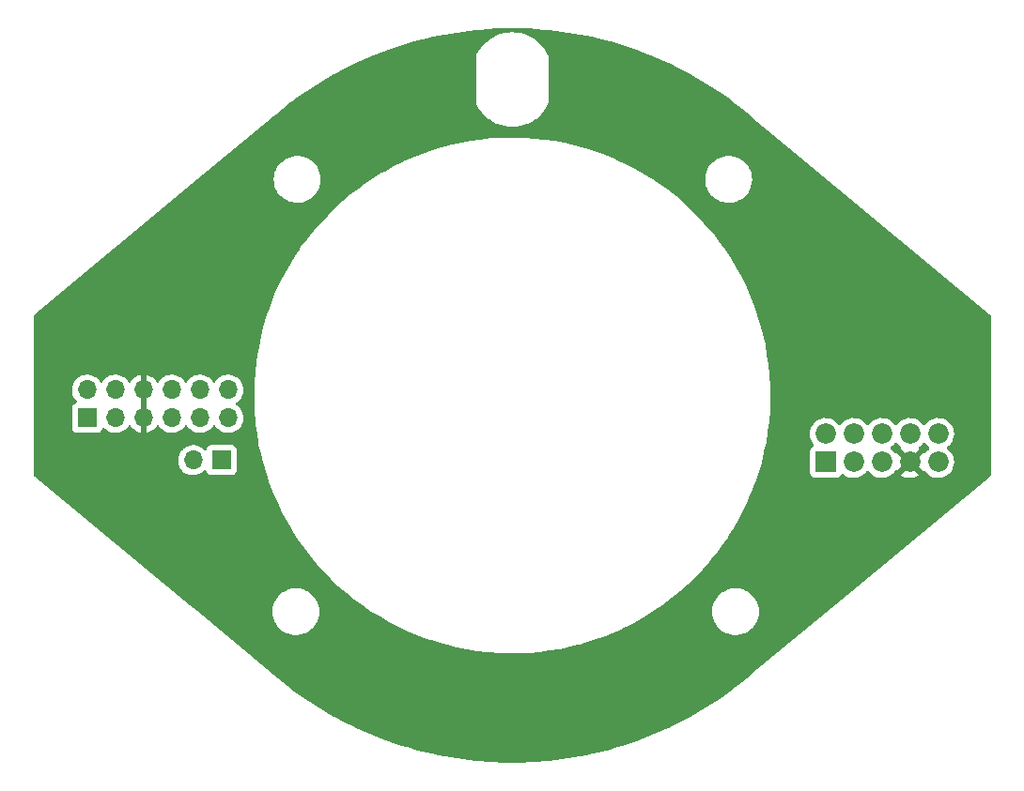
<source format=gbr>
%TF.GenerationSoftware,KiCad,Pcbnew,(6.0.0-0)*%
%TF.CreationDate,2022-03-24T13:46:47-04:00*%
%TF.ProjectId,Rotary,526f7461-7279-42e6-9b69-6361645f7063,rev?*%
%TF.SameCoordinates,Original*%
%TF.FileFunction,Copper,L1,Top*%
%TF.FilePolarity,Positive*%
%FSLAX46Y46*%
G04 Gerber Fmt 4.6, Leading zero omitted, Abs format (unit mm)*
G04 Created by KiCad (PCBNEW (6.0.0-0)) date 2022-03-24 13:46:47*
%MOMM*%
%LPD*%
G01*
G04 APERTURE LIST*
%TA.AperFunction,ComponentPad*%
%ADD10R,1.700000X1.700000*%
%TD*%
%TA.AperFunction,ComponentPad*%
%ADD11O,1.700000X1.700000*%
%TD*%
%TA.AperFunction,ComponentPad*%
%ADD12R,1.836000X1.836000*%
%TD*%
%TA.AperFunction,ComponentPad*%
%ADD13C,1.836000*%
%TD*%
G04 APERTURE END LIST*
D10*
%TO.P,J3,1,Pin_1*%
%TO.N,GND*%
X120410000Y-103340000D03*
D11*
%TO.P,J3,2,Pin_2*%
%TO.N,RTR_LIMIT*%
X117870000Y-103340000D03*
%TD*%
D12*
%TO.P,J2,1,Pin_1*%
%TO.N,RTR_ENB*%
X174853250Y-103503500D03*
D13*
%TO.P,J2,2,Pin_2*%
%TO.N,LKIT_C*%
X174853250Y-100963500D03*
%TO.P,J2,3,Pin_3*%
%TO.N,RTR_ENA*%
X177393250Y-103503500D03*
%TO.P,J2,4,Pin_4*%
%TO.N,LKIT_B*%
X177393250Y-100963500D03*
%TO.P,J2,5,Pin_5*%
%TO.N,RTR_LIMIT*%
X179933250Y-103503500D03*
%TO.P,J2,6,Pin_6*%
%TO.N,LKIT_A*%
X179933250Y-100963500D03*
%TO.P,J2,7,Pin_7*%
%TO.N,5V*%
X182473250Y-103503500D03*
%TO.P,J2,8,Pin_8*%
%TO.N,GND*%
X182473250Y-100963500D03*
%TO.P,J2,9,Pin_9*%
%TO.N,RMOT2*%
X185013250Y-103503500D03*
%TO.P,J2,10,Pin_10*%
%TO.N,RMOT1*%
X185013250Y-100963500D03*
%TD*%
D10*
%TO.P,J1,1,Pin_1*%
%TO.N,RTR_ENB*%
X108320000Y-99520000D03*
D11*
%TO.P,J1,2,Pin_2*%
%TO.N,GND*%
X108320000Y-96980000D03*
%TO.P,J1,3,Pin_3*%
%TO.N,RTR_ENA*%
X110860000Y-99520000D03*
%TO.P,J1,4,Pin_4*%
%TO.N,GND*%
X110860000Y-96980000D03*
%TO.P,J1,5,Pin_5*%
%TO.N,5V*%
X113400000Y-99520000D03*
%TO.P,J1,6,Pin_6*%
X113400000Y-96980000D03*
%TO.P,J1,7,Pin_7*%
%TO.N,GND*%
X115940000Y-99520000D03*
%TO.P,J1,8,Pin_8*%
%TO.N,LKIT_A*%
X115940000Y-96980000D03*
%TO.P,J1,9,Pin_9*%
%TO.N,RMOT1*%
X118480000Y-99520000D03*
%TO.P,J1,10,Pin_10*%
%TO.N,LKIT_B*%
X118480000Y-96980000D03*
%TO.P,J1,11,Pin_11*%
%TO.N,RMOT2*%
X121020000Y-99520000D03*
%TO.P,J1,12,Pin_12*%
%TO.N,LKIT_C*%
X121020000Y-96980000D03*
%TD*%
%TA.AperFunction,Conductor*%
%TO.N,5V*%
G36*
X146926719Y-64363028D02*
G01*
X147741021Y-64376785D01*
X147745260Y-64376929D01*
X148006563Y-64390182D01*
X148857858Y-64433360D01*
X148862104Y-64433647D01*
X149522691Y-64489574D01*
X149972216Y-64527632D01*
X149976404Y-64528058D01*
X151082666Y-64659483D01*
X151086876Y-64660055D01*
X152188114Y-64828778D01*
X152192272Y-64829488D01*
X153287160Y-65035309D01*
X153291289Y-65036158D01*
X153828408Y-65156042D01*
X154378587Y-65278842D01*
X154382725Y-65279839D01*
X155100918Y-65465815D01*
X155461224Y-65559116D01*
X155465305Y-65560247D01*
X155807310Y-65661252D01*
X156533711Y-65875782D01*
X156537772Y-65877056D01*
X157594934Y-66228508D01*
X157598950Y-66229919D01*
X158643619Y-66616872D01*
X158647586Y-66618418D01*
X159344385Y-66903638D01*
X159564959Y-66993925D01*
X159678608Y-67040445D01*
X159682513Y-67042121D01*
X159745482Y-67070416D01*
X160698670Y-67498724D01*
X160702521Y-67500533D01*
X161702712Y-67991217D01*
X161706457Y-67993134D01*
X162689512Y-68517328D01*
X162693192Y-68519370D01*
X163657953Y-69076456D01*
X163661603Y-69078646D01*
X164607020Y-69668016D01*
X164610593Y-69670329D01*
X165535505Y-70291258D01*
X165538999Y-70293690D01*
X166288973Y-70834802D01*
X166442433Y-70945525D01*
X166445842Y-70948073D01*
X167326752Y-71630058D01*
X167330074Y-71632721D01*
X168153265Y-72315714D01*
X168168615Y-72330846D01*
X168180935Y-72345271D01*
X168198450Y-72356732D01*
X168211990Y-72365593D01*
X168223480Y-72374079D01*
X172605508Y-76011989D01*
X189642481Y-90155890D01*
X189696483Y-90200722D01*
X189736120Y-90259625D01*
X189742000Y-90297668D01*
X189742000Y-104702332D01*
X189721998Y-104770453D01*
X189696484Y-104799277D01*
X177763368Y-114706015D01*
X168229420Y-122620991D01*
X168215337Y-122631129D01*
X168190449Y-122646560D01*
X168172505Y-122666559D01*
X168159177Y-122679381D01*
X167330074Y-123367279D01*
X167326752Y-123369942D01*
X166445842Y-124051927D01*
X166442436Y-124054473D01*
X166266344Y-124181525D01*
X165538999Y-124706310D01*
X165535505Y-124708742D01*
X164610593Y-125329671D01*
X164607020Y-125331984D01*
X163661603Y-125921354D01*
X163657959Y-125923541D01*
X162693192Y-126480630D01*
X162689512Y-126482672D01*
X161706457Y-127006866D01*
X161702712Y-127008783D01*
X160957777Y-127374241D01*
X160702523Y-127499466D01*
X160698670Y-127501276D01*
X159682519Y-127957876D01*
X159678608Y-127959555D01*
X158647586Y-128381582D01*
X158643619Y-128383128D01*
X157598950Y-128770081D01*
X157594934Y-128771492D01*
X156537772Y-129122944D01*
X156533711Y-129124218D01*
X155824853Y-129333567D01*
X155465305Y-129439753D01*
X155461224Y-129440884D01*
X155100918Y-129534185D01*
X154382725Y-129720161D01*
X154378587Y-129721158D01*
X153828408Y-129843958D01*
X153291289Y-129963842D01*
X153287160Y-129964691D01*
X152192272Y-130170512D01*
X152188114Y-130171222D01*
X151086880Y-130339945D01*
X151082666Y-130340517D01*
X149976404Y-130471942D01*
X149972216Y-130472368D01*
X149522691Y-130510426D01*
X148862104Y-130566353D01*
X148857858Y-130566640D01*
X148006563Y-130609818D01*
X147745260Y-130623071D01*
X147741021Y-130623215D01*
X146926719Y-130636972D01*
X146627128Y-130642033D01*
X146622872Y-130642033D01*
X146323281Y-130636972D01*
X145508979Y-130623215D01*
X145504740Y-130623071D01*
X145243437Y-130609818D01*
X144392142Y-130566640D01*
X144387896Y-130566353D01*
X143727309Y-130510426D01*
X143277784Y-130472368D01*
X143273596Y-130471942D01*
X142167334Y-130340517D01*
X142163120Y-130339945D01*
X141061886Y-130171222D01*
X141057728Y-130170512D01*
X139962840Y-129964691D01*
X139958711Y-129963842D01*
X139421592Y-129843958D01*
X138871413Y-129721158D01*
X138867275Y-129720161D01*
X138149082Y-129534185D01*
X137788776Y-129440884D01*
X137784695Y-129439753D01*
X137425147Y-129333567D01*
X136716289Y-129124218D01*
X136712228Y-129122944D01*
X135655066Y-128771492D01*
X135651050Y-128770081D01*
X134606381Y-128383128D01*
X134602414Y-128381582D01*
X133571392Y-127959555D01*
X133567481Y-127957876D01*
X132551330Y-127501276D01*
X132547477Y-127499466D01*
X132292223Y-127374241D01*
X131547288Y-127008783D01*
X131543543Y-127006866D01*
X130560488Y-126482672D01*
X130556808Y-126480630D01*
X129592041Y-125923541D01*
X129588397Y-125921354D01*
X128642980Y-125331984D01*
X128639407Y-125329671D01*
X127714495Y-124708742D01*
X127711001Y-124706310D01*
X126983656Y-124181525D01*
X126807564Y-124054473D01*
X126804158Y-124051927D01*
X125923248Y-123369942D01*
X125919926Y-123367279D01*
X125096735Y-122684286D01*
X125081385Y-122669154D01*
X125069065Y-122654729D01*
X125038010Y-122634407D01*
X125026520Y-122625921D01*
X118223190Y-116977874D01*
X125012190Y-116977874D01*
X125028735Y-117264820D01*
X125029560Y-117269025D01*
X125029561Y-117269033D01*
X125050920Y-117377897D01*
X125084070Y-117546865D01*
X125085457Y-117550916D01*
X125161206Y-117772161D01*
X125177171Y-117818792D01*
X125306316Y-118075567D01*
X125308742Y-118079096D01*
X125308745Y-118079102D01*
X125347587Y-118135617D01*
X125469114Y-118312439D01*
X125662553Y-118525026D01*
X125665841Y-118527775D01*
X125879761Y-118706641D01*
X125879766Y-118706645D01*
X125883053Y-118709393D01*
X125976012Y-118767706D01*
X126122895Y-118859846D01*
X126122899Y-118859848D01*
X126126535Y-118862129D01*
X126388493Y-118980407D01*
X126664079Y-119062040D01*
X126668313Y-119062688D01*
X126668318Y-119062689D01*
X126919095Y-119101063D01*
X126948195Y-119105516D01*
X127094580Y-119107815D01*
X127231291Y-119109963D01*
X127231297Y-119109963D01*
X127235582Y-119110030D01*
X127520923Y-119075500D01*
X127798937Y-119002565D01*
X127802897Y-119000925D01*
X127802902Y-119000923D01*
X127945911Y-118941686D01*
X128064481Y-118892573D01*
X128277216Y-118768261D01*
X128308943Y-118749721D01*
X128308944Y-118749721D01*
X128312641Y-118747560D01*
X128538823Y-118570210D01*
X128738844Y-118363804D01*
X128741377Y-118360356D01*
X128741381Y-118360351D01*
X128906464Y-118135617D01*
X128909002Y-118132162D01*
X129046149Y-117879571D01*
X129096947Y-117745137D01*
X129146227Y-117614721D01*
X129146228Y-117614718D01*
X129147745Y-117610703D01*
X129185889Y-117444156D01*
X129210954Y-117334718D01*
X129210955Y-117334714D01*
X129211912Y-117330534D01*
X129218661Y-117254922D01*
X129237243Y-117046715D01*
X129237463Y-117044250D01*
X129237926Y-117000000D01*
X129237757Y-116997519D01*
X129218669Y-116717520D01*
X129218668Y-116717514D01*
X129218377Y-116713243D01*
X129213841Y-116691337D01*
X129160962Y-116435998D01*
X129160091Y-116431792D01*
X129152556Y-116410512D01*
X129065579Y-116164897D01*
X129064148Y-116160856D01*
X128932321Y-115905447D01*
X128767052Y-115670293D01*
X128571397Y-115459743D01*
X128348978Y-115277695D01*
X128103910Y-115127517D01*
X128099993Y-115125798D01*
X128099990Y-115125796D01*
X127983678Y-115074739D01*
X127840728Y-115011989D01*
X127836600Y-115010813D01*
X127836597Y-115010812D01*
X127750693Y-114986342D01*
X127564302Y-114933247D01*
X127560060Y-114932643D01*
X127560054Y-114932642D01*
X127283998Y-114893353D01*
X127279747Y-114892748D01*
X127128246Y-114891955D01*
X126996614Y-114891265D01*
X126996608Y-114891265D01*
X126992328Y-114891243D01*
X126988083Y-114891802D01*
X126988081Y-114891802D01*
X126922784Y-114900399D01*
X126707365Y-114928760D01*
X126430129Y-115004603D01*
X126165752Y-115117369D01*
X126162071Y-115119572D01*
X125922806Y-115262768D01*
X125922802Y-115262771D01*
X125919124Y-115264972D01*
X125915781Y-115267650D01*
X125915777Y-115267653D01*
X125903243Y-115277695D01*
X125694811Y-115444681D01*
X125496963Y-115653170D01*
X125329240Y-115886581D01*
X125327231Y-115890376D01*
X125327230Y-115890377D01*
X125318458Y-115906945D01*
X125194746Y-116140596D01*
X125193271Y-116144627D01*
X125120592Y-116343233D01*
X125095971Y-116410512D01*
X125034741Y-116691337D01*
X125012698Y-116971415D01*
X125012190Y-116977874D01*
X118223190Y-116977874D01*
X117603030Y-116463024D01*
X103553517Y-104799277D01*
X103513880Y-104740375D01*
X103508000Y-104702332D01*
X103508000Y-103306695D01*
X116507251Y-103306695D01*
X116507548Y-103311848D01*
X116507548Y-103311851D01*
X116519151Y-103513080D01*
X116520110Y-103529715D01*
X116521247Y-103534761D01*
X116521248Y-103534767D01*
X116545304Y-103641508D01*
X116569222Y-103747639D01*
X116618058Y-103867908D01*
X116643898Y-103931544D01*
X116653266Y-103954616D01*
X116769987Y-104145088D01*
X116916250Y-104313938D01*
X117088126Y-104456632D01*
X117281000Y-104569338D01*
X117489692Y-104649030D01*
X117494760Y-104650061D01*
X117494763Y-104650062D01*
X117602017Y-104671883D01*
X117708597Y-104693567D01*
X117713772Y-104693757D01*
X117713774Y-104693757D01*
X117926673Y-104701564D01*
X117926677Y-104701564D01*
X117931837Y-104701753D01*
X117936957Y-104701097D01*
X117936959Y-104701097D01*
X118148288Y-104674025D01*
X118148289Y-104674025D01*
X118153416Y-104673368D01*
X118179008Y-104665690D01*
X118362429Y-104610661D01*
X118362434Y-104610659D01*
X118367384Y-104609174D01*
X118567994Y-104510896D01*
X118749860Y-104381173D01*
X118858091Y-104273319D01*
X118920462Y-104239404D01*
X118991268Y-104244592D01*
X119048030Y-104287238D01*
X119065012Y-104318341D01*
X119074809Y-104344475D01*
X119109385Y-104436705D01*
X119196739Y-104553261D01*
X119313295Y-104640615D01*
X119449684Y-104691745D01*
X119511866Y-104698500D01*
X121308134Y-104698500D01*
X121370316Y-104691745D01*
X121506705Y-104640615D01*
X121623261Y-104553261D01*
X121710615Y-104436705D01*
X121761745Y-104300316D01*
X121768500Y-104238134D01*
X121768500Y-102441866D01*
X121761745Y-102379684D01*
X121710615Y-102243295D01*
X121623261Y-102126739D01*
X121506705Y-102039385D01*
X121370316Y-101988255D01*
X121308134Y-101981500D01*
X119511866Y-101981500D01*
X119449684Y-101988255D01*
X119313295Y-102039385D01*
X119196739Y-102126739D01*
X119109385Y-102243295D01*
X119106233Y-102251703D01*
X119064919Y-102361907D01*
X119022277Y-102418671D01*
X118955716Y-102443371D01*
X118886367Y-102428163D01*
X118853743Y-102402476D01*
X118803151Y-102346875D01*
X118803142Y-102346866D01*
X118799670Y-102343051D01*
X118795619Y-102339852D01*
X118795615Y-102339848D01*
X118628414Y-102207800D01*
X118628410Y-102207798D01*
X118624359Y-102204598D01*
X118428789Y-102096638D01*
X118423920Y-102094914D01*
X118423916Y-102094912D01*
X118223087Y-102023795D01*
X118223083Y-102023794D01*
X118218212Y-102022069D01*
X118213119Y-102021162D01*
X118213116Y-102021161D01*
X118003373Y-101983800D01*
X118003367Y-101983799D01*
X117998284Y-101982894D01*
X117924452Y-101981992D01*
X117780081Y-101980228D01*
X117780079Y-101980228D01*
X117774911Y-101980165D01*
X117554091Y-102013955D01*
X117341756Y-102083357D01*
X117143607Y-102186507D01*
X117139474Y-102189610D01*
X117139471Y-102189612D01*
X117028358Y-102273038D01*
X116964965Y-102320635D01*
X116939576Y-102347203D01*
X116871280Y-102418671D01*
X116810629Y-102482138D01*
X116684743Y-102666680D01*
X116653765Y-102733416D01*
X116600102Y-102849025D01*
X116590688Y-102869305D01*
X116530989Y-103084570D01*
X116507251Y-103306695D01*
X103508000Y-103306695D01*
X103508000Y-96946695D01*
X106957251Y-96946695D01*
X106957548Y-96951848D01*
X106957548Y-96951851D01*
X106963011Y-97046590D01*
X106970110Y-97169715D01*
X106971247Y-97174761D01*
X106971248Y-97174767D01*
X106989358Y-97255124D01*
X107019222Y-97387639D01*
X107103266Y-97594616D01*
X107154019Y-97677438D01*
X107217291Y-97780688D01*
X107219987Y-97785088D01*
X107366250Y-97953938D01*
X107370230Y-97957242D01*
X107374981Y-97961187D01*
X107414616Y-98020090D01*
X107416113Y-98091071D01*
X107378997Y-98151593D01*
X107338725Y-98176112D01*
X107298638Y-98191140D01*
X107223295Y-98219385D01*
X107106739Y-98306739D01*
X107019385Y-98423295D01*
X106968255Y-98559684D01*
X106961500Y-98621866D01*
X106961500Y-100418134D01*
X106968255Y-100480316D01*
X107019385Y-100616705D01*
X107106739Y-100733261D01*
X107223295Y-100820615D01*
X107359684Y-100871745D01*
X107421866Y-100878500D01*
X109218134Y-100878500D01*
X109280316Y-100871745D01*
X109416705Y-100820615D01*
X109533261Y-100733261D01*
X109620615Y-100616705D01*
X109642799Y-100557529D01*
X109664598Y-100499382D01*
X109707240Y-100442618D01*
X109773802Y-100417918D01*
X109843150Y-100433126D01*
X109877817Y-100461114D01*
X109906250Y-100493938D01*
X110078126Y-100636632D01*
X110271000Y-100749338D01*
X110479692Y-100829030D01*
X110484760Y-100830061D01*
X110484763Y-100830062D01*
X110579862Y-100849410D01*
X110698597Y-100873567D01*
X110703772Y-100873757D01*
X110703774Y-100873757D01*
X110916673Y-100881564D01*
X110916677Y-100881564D01*
X110921837Y-100881753D01*
X110926957Y-100881097D01*
X110926959Y-100881097D01*
X111138288Y-100854025D01*
X111138289Y-100854025D01*
X111143416Y-100853368D01*
X111148366Y-100851883D01*
X111352429Y-100790661D01*
X111352434Y-100790659D01*
X111357384Y-100789174D01*
X111557994Y-100690896D01*
X111739860Y-100561173D01*
X111898096Y-100403489D01*
X112028453Y-100222077D01*
X112029640Y-100222930D01*
X112076960Y-100179362D01*
X112146897Y-100167145D01*
X112212338Y-100194678D01*
X112240166Y-100226511D01*
X112297694Y-100320388D01*
X112303777Y-100328699D01*
X112443213Y-100489667D01*
X112450580Y-100496883D01*
X112614434Y-100632916D01*
X112622881Y-100638831D01*
X112806756Y-100746279D01*
X112816042Y-100750729D01*
X113015001Y-100826703D01*
X113024899Y-100829579D01*
X113128250Y-100850606D01*
X113142299Y-100849410D01*
X113146000Y-100839065D01*
X113146000Y-100838517D01*
X113654000Y-100838517D01*
X113658064Y-100852359D01*
X113671478Y-100854393D01*
X113678184Y-100853534D01*
X113688262Y-100851392D01*
X113892255Y-100790191D01*
X113901842Y-100786433D01*
X114093095Y-100692739D01*
X114101945Y-100687464D01*
X114275328Y-100563792D01*
X114283200Y-100557139D01*
X114434052Y-100406812D01*
X114440730Y-100398965D01*
X114568022Y-100221819D01*
X114569279Y-100222722D01*
X114616373Y-100179362D01*
X114686311Y-100167145D01*
X114751751Y-100194678D01*
X114779579Y-100226511D01*
X114839987Y-100325088D01*
X114986250Y-100493938D01*
X115158126Y-100636632D01*
X115351000Y-100749338D01*
X115559692Y-100829030D01*
X115564760Y-100830061D01*
X115564763Y-100830062D01*
X115659862Y-100849410D01*
X115778597Y-100873567D01*
X115783772Y-100873757D01*
X115783774Y-100873757D01*
X115996673Y-100881564D01*
X115996677Y-100881564D01*
X116001837Y-100881753D01*
X116006957Y-100881097D01*
X116006959Y-100881097D01*
X116218288Y-100854025D01*
X116218289Y-100854025D01*
X116223416Y-100853368D01*
X116228366Y-100851883D01*
X116432429Y-100790661D01*
X116432434Y-100790659D01*
X116437384Y-100789174D01*
X116637994Y-100690896D01*
X116819860Y-100561173D01*
X116978096Y-100403489D01*
X117108453Y-100222077D01*
X117109776Y-100223028D01*
X117156645Y-100179857D01*
X117226580Y-100167625D01*
X117292026Y-100195144D01*
X117319875Y-100226994D01*
X117379987Y-100325088D01*
X117526250Y-100493938D01*
X117698126Y-100636632D01*
X117891000Y-100749338D01*
X118099692Y-100829030D01*
X118104760Y-100830061D01*
X118104763Y-100830062D01*
X118199862Y-100849410D01*
X118318597Y-100873567D01*
X118323772Y-100873757D01*
X118323774Y-100873757D01*
X118536673Y-100881564D01*
X118536677Y-100881564D01*
X118541837Y-100881753D01*
X118546957Y-100881097D01*
X118546959Y-100881097D01*
X118758288Y-100854025D01*
X118758289Y-100854025D01*
X118763416Y-100853368D01*
X118768366Y-100851883D01*
X118972429Y-100790661D01*
X118972434Y-100790659D01*
X118977384Y-100789174D01*
X119177994Y-100690896D01*
X119359860Y-100561173D01*
X119518096Y-100403489D01*
X119648453Y-100222077D01*
X119649776Y-100223028D01*
X119696645Y-100179857D01*
X119766580Y-100167625D01*
X119832026Y-100195144D01*
X119859875Y-100226994D01*
X119919987Y-100325088D01*
X120066250Y-100493938D01*
X120238126Y-100636632D01*
X120431000Y-100749338D01*
X120639692Y-100829030D01*
X120644760Y-100830061D01*
X120644763Y-100830062D01*
X120739862Y-100849410D01*
X120858597Y-100873567D01*
X120863772Y-100873757D01*
X120863774Y-100873757D01*
X121076673Y-100881564D01*
X121076677Y-100881564D01*
X121081837Y-100881753D01*
X121086957Y-100881097D01*
X121086959Y-100881097D01*
X121298288Y-100854025D01*
X121298289Y-100854025D01*
X121303416Y-100853368D01*
X121308366Y-100851883D01*
X121512429Y-100790661D01*
X121512434Y-100790659D01*
X121517384Y-100789174D01*
X121717994Y-100690896D01*
X121899860Y-100561173D01*
X122058096Y-100403489D01*
X122188453Y-100222077D01*
X122201995Y-100194678D01*
X122285136Y-100026453D01*
X122285137Y-100026451D01*
X122287430Y-100021811D01*
X122325397Y-99896848D01*
X122350865Y-99813023D01*
X122350865Y-99813021D01*
X122352370Y-99808069D01*
X122381529Y-99586590D01*
X122382705Y-99538464D01*
X122383074Y-99523365D01*
X122383074Y-99523361D01*
X122383156Y-99520000D01*
X122364852Y-99297361D01*
X122310431Y-99080702D01*
X122221354Y-98875840D01*
X122100014Y-98688277D01*
X121949670Y-98523051D01*
X121945619Y-98519852D01*
X121945615Y-98519848D01*
X121778414Y-98387800D01*
X121778410Y-98387798D01*
X121774359Y-98384598D01*
X121733053Y-98361796D01*
X121683084Y-98311364D01*
X121668312Y-98241921D01*
X121693428Y-98175516D01*
X121720780Y-98148909D01*
X121764603Y-98117650D01*
X121899860Y-98021173D01*
X122058096Y-97863489D01*
X122117594Y-97780689D01*
X122185435Y-97686277D01*
X122188453Y-97682077D01*
X122201995Y-97654678D01*
X122285136Y-97486453D01*
X122285137Y-97486451D01*
X122287430Y-97481811D01*
X122352370Y-97268069D01*
X122353907Y-97256395D01*
X123363307Y-97256395D01*
X123363319Y-97257656D01*
X123363319Y-97257665D01*
X123365335Y-97467680D01*
X123365645Y-97500000D01*
X123372270Y-98190125D01*
X123372334Y-98191403D01*
X123372334Y-98191416D01*
X123391059Y-98567540D01*
X123418698Y-99122743D01*
X123418813Y-99124017D01*
X123418814Y-99124034D01*
X123467156Y-99660402D01*
X123502517Y-100052746D01*
X123502682Y-100054007D01*
X123502683Y-100054017D01*
X123622052Y-100966865D01*
X123623591Y-100978636D01*
X123623810Y-100979910D01*
X123748390Y-101704920D01*
X123781725Y-101898921D01*
X123861587Y-102273038D01*
X123960685Y-102737263D01*
X123976664Y-102812119D01*
X123976964Y-102813292D01*
X123976969Y-102813313D01*
X124171426Y-103573423D01*
X124208095Y-103716758D01*
X124208451Y-103717948D01*
X124208452Y-103717952D01*
X124305386Y-104042077D01*
X124475643Y-104611380D01*
X124476043Y-104612546D01*
X124476052Y-104612573D01*
X124684180Y-105218735D01*
X124778880Y-105494545D01*
X125117314Y-106364828D01*
X125490402Y-107220829D01*
X125490949Y-107221959D01*
X125490955Y-107221971D01*
X125896989Y-108060024D01*
X125897543Y-108061167D01*
X126338080Y-108884489D01*
X126338716Y-108885571D01*
X126338720Y-108885578D01*
X126710018Y-109517176D01*
X126811303Y-109689468D01*
X127316450Y-110474807D01*
X127852707Y-111239241D01*
X128419211Y-111981539D01*
X129015047Y-112700503D01*
X129639258Y-113394977D01*
X130290835Y-114063840D01*
X130968731Y-114706015D01*
X131671852Y-115320468D01*
X132399065Y-115906209D01*
X133149200Y-116462293D01*
X133921047Y-116987825D01*
X133922117Y-116988492D01*
X133922138Y-116988506D01*
X134371950Y-117269033D01*
X134713363Y-117481957D01*
X135524871Y-117943895D01*
X136354263Y-118372894D01*
X136355393Y-118373422D01*
X136355411Y-118373431D01*
X137199016Y-118767706D01*
X137199026Y-118767710D01*
X137200204Y-118768261D01*
X137201406Y-118768765D01*
X138015229Y-119110030D01*
X138061330Y-119129362D01*
X138936254Y-119455612D01*
X138937447Y-119456003D01*
X139640989Y-119686636D01*
X139823566Y-119746488D01*
X140721837Y-120001520D01*
X140723055Y-120001814D01*
X140723072Y-120001818D01*
X141628407Y-120220005D01*
X141629619Y-120220297D01*
X141630839Y-120220540D01*
X141630845Y-120220541D01*
X142544205Y-120402220D01*
X142544226Y-120402224D01*
X142545449Y-120402467D01*
X143467853Y-120547736D01*
X143469136Y-120547886D01*
X143469139Y-120547886D01*
X144394090Y-120655725D01*
X144394094Y-120655725D01*
X144395343Y-120655871D01*
X144719819Y-120680553D01*
X145325160Y-120726601D01*
X145325175Y-120726602D01*
X145326426Y-120726697D01*
X145327688Y-120726742D01*
X145327703Y-120726743D01*
X146258338Y-120760054D01*
X146258348Y-120760054D01*
X146259601Y-120760099D01*
X146260829Y-120760094D01*
X146260851Y-120760094D01*
X146719861Y-120758091D01*
X147193365Y-120756025D01*
X147194616Y-120755969D01*
X147194628Y-120755969D01*
X148124941Y-120714537D01*
X148124958Y-120714536D01*
X148126213Y-120714480D01*
X149056642Y-120635532D01*
X149983154Y-120519308D01*
X150724946Y-120395840D01*
X150903018Y-120366201D01*
X150903023Y-120366200D01*
X150904255Y-120365995D01*
X151818461Y-120175839D01*
X151819678Y-120175534D01*
X151819693Y-120175531D01*
X152513837Y-120001818D01*
X152724299Y-119949149D01*
X152965556Y-119878372D01*
X153619125Y-119686636D01*
X153619141Y-119686631D01*
X153620310Y-119686288D01*
X153621476Y-119685895D01*
X153621487Y-119685891D01*
X154503853Y-119388084D01*
X154505050Y-119387680D01*
X155241860Y-119105583D01*
X155375931Y-119054252D01*
X155375936Y-119054250D01*
X155377093Y-119053807D01*
X155378220Y-119053323D01*
X156233899Y-118685695D01*
X156233920Y-118685686D01*
X156235036Y-118685206D01*
X156887220Y-118373431D01*
X157076346Y-118283020D01*
X157076354Y-118283016D01*
X157077494Y-118282471D01*
X157455673Y-118082658D01*
X157901987Y-117846845D01*
X157901992Y-117846842D01*
X157903111Y-117846251D01*
X158283742Y-117625163D01*
X158709442Y-117377897D01*
X158709455Y-117377889D01*
X158710557Y-117377249D01*
X158711637Y-117376562D01*
X158711649Y-117376555D01*
X159234269Y-117044250D01*
X159338659Y-116977874D01*
X164637190Y-116977874D01*
X164653735Y-117264820D01*
X164654560Y-117269025D01*
X164654561Y-117269033D01*
X164675920Y-117377897D01*
X164709070Y-117546865D01*
X164710457Y-117550916D01*
X164786206Y-117772161D01*
X164802171Y-117818792D01*
X164931316Y-118075567D01*
X164933742Y-118079096D01*
X164933745Y-118079102D01*
X164972587Y-118135617D01*
X165094114Y-118312439D01*
X165287553Y-118525026D01*
X165290841Y-118527775D01*
X165504761Y-118706641D01*
X165504766Y-118706645D01*
X165508053Y-118709393D01*
X165601012Y-118767706D01*
X165747895Y-118859846D01*
X165747899Y-118859848D01*
X165751535Y-118862129D01*
X166013493Y-118980407D01*
X166289079Y-119062040D01*
X166293313Y-119062688D01*
X166293318Y-119062689D01*
X166544095Y-119101063D01*
X166573195Y-119105516D01*
X166719580Y-119107815D01*
X166856291Y-119109963D01*
X166856297Y-119109963D01*
X166860582Y-119110030D01*
X167145923Y-119075500D01*
X167423937Y-119002565D01*
X167427897Y-119000925D01*
X167427902Y-119000923D01*
X167570911Y-118941686D01*
X167689481Y-118892573D01*
X167902216Y-118768261D01*
X167933943Y-118749721D01*
X167933944Y-118749721D01*
X167937641Y-118747560D01*
X168163823Y-118570210D01*
X168363844Y-118363804D01*
X168366377Y-118360356D01*
X168366381Y-118360351D01*
X168531464Y-118135617D01*
X168534002Y-118132162D01*
X168671149Y-117879571D01*
X168721947Y-117745137D01*
X168771227Y-117614721D01*
X168771228Y-117614718D01*
X168772745Y-117610703D01*
X168810889Y-117444156D01*
X168835954Y-117334718D01*
X168835955Y-117334714D01*
X168836912Y-117330534D01*
X168843661Y-117254922D01*
X168862243Y-117046715D01*
X168862463Y-117044250D01*
X168862926Y-117000000D01*
X168862757Y-116997519D01*
X168843669Y-116717520D01*
X168843668Y-116717514D01*
X168843377Y-116713243D01*
X168838841Y-116691337D01*
X168785962Y-116435998D01*
X168785091Y-116431792D01*
X168777556Y-116410512D01*
X168690579Y-116164897D01*
X168689148Y-116160856D01*
X168557321Y-115905447D01*
X168392052Y-115670293D01*
X168196397Y-115459743D01*
X167973978Y-115277695D01*
X167728910Y-115127517D01*
X167724993Y-115125798D01*
X167724990Y-115125796D01*
X167608678Y-115074739D01*
X167465728Y-115011989D01*
X167461600Y-115010813D01*
X167461597Y-115010812D01*
X167375693Y-114986342D01*
X167189302Y-114933247D01*
X167185060Y-114932643D01*
X167185054Y-114932642D01*
X166908998Y-114893353D01*
X166904747Y-114892748D01*
X166753246Y-114891955D01*
X166621614Y-114891265D01*
X166621608Y-114891265D01*
X166617328Y-114891243D01*
X166613083Y-114891802D01*
X166613081Y-114891802D01*
X166547784Y-114900399D01*
X166332365Y-114928760D01*
X166055129Y-115004603D01*
X165790752Y-115117369D01*
X165787071Y-115119572D01*
X165547806Y-115262768D01*
X165547802Y-115262771D01*
X165544124Y-115264972D01*
X165540781Y-115267650D01*
X165540777Y-115267653D01*
X165528243Y-115277695D01*
X165319811Y-115444681D01*
X165121963Y-115653170D01*
X164954240Y-115886581D01*
X164952231Y-115890376D01*
X164952230Y-115890377D01*
X164943458Y-115906945D01*
X164819746Y-116140596D01*
X164818271Y-116144627D01*
X164745592Y-116343233D01*
X164720971Y-116410512D01*
X164659741Y-116691337D01*
X164637698Y-116971415D01*
X164637190Y-116977874D01*
X159338659Y-116977874D01*
X159498530Y-116876221D01*
X160169848Y-116410512D01*
X160264756Y-116344672D01*
X160264760Y-116344669D01*
X160265762Y-116343974D01*
X161011015Y-115781365D01*
X161733090Y-115189300D01*
X162430822Y-114568735D01*
X163103088Y-113920668D01*
X163114966Y-113908261D01*
X163747941Y-113247047D01*
X163747953Y-113247034D01*
X163748804Y-113246145D01*
X164366930Y-112546251D01*
X164826678Y-111981539D01*
X164955670Y-111823097D01*
X164955677Y-111823088D01*
X164956470Y-111822114D01*
X165516474Y-111074901D01*
X165517180Y-111073876D01*
X165517192Y-111073859D01*
X166045336Y-110306838D01*
X166046040Y-110305816D01*
X166171483Y-110107002D01*
X166543636Y-109517176D01*
X166543648Y-109517157D01*
X166544315Y-109516099D01*
X167010495Y-108707021D01*
X167443830Y-107879886D01*
X167541500Y-107673729D01*
X167843074Y-107037185D01*
X167843085Y-107037160D01*
X167843622Y-107036027D01*
X168051860Y-106546636D01*
X168208731Y-106177967D01*
X168208736Y-106177955D01*
X168209226Y-106176803D01*
X168467260Y-105495733D01*
X168539609Y-105304772D01*
X168539615Y-105304754D01*
X168540053Y-105303599D01*
X168835571Y-104417822D01*
X168841636Y-104396880D01*
X169094958Y-103522091D01*
X169094960Y-103522083D01*
X169095303Y-103520899D01*
X169098862Y-103506466D01*
X169291470Y-102725245D01*
X169318830Y-102614275D01*
X169334548Y-102537366D01*
X169505540Y-101700650D01*
X169505542Y-101700640D01*
X169505793Y-101699411D01*
X169631339Y-100928528D01*
X173422288Y-100928528D01*
X173422585Y-100933680D01*
X173422585Y-100933684D01*
X173428143Y-101030071D01*
X173435791Y-101162711D01*
X173436928Y-101167757D01*
X173436929Y-101167763D01*
X173460180Y-101270932D01*
X173487361Y-101391544D01*
X173575612Y-101608881D01*
X173698176Y-101808886D01*
X173790396Y-101915348D01*
X173819878Y-101979931D01*
X173809763Y-102050203D01*
X173763262Y-102103852D01*
X173739387Y-102115825D01*
X173696955Y-102131732D01*
X173696954Y-102131733D01*
X173688545Y-102134885D01*
X173571989Y-102222239D01*
X173484635Y-102338795D01*
X173433505Y-102475184D01*
X173426750Y-102537366D01*
X173426750Y-104469634D01*
X173433505Y-104531816D01*
X173484635Y-104668205D01*
X173571989Y-104784761D01*
X173688545Y-104872115D01*
X173824934Y-104923245D01*
X173887116Y-104930000D01*
X175819384Y-104930000D01*
X175881566Y-104923245D01*
X176017955Y-104872115D01*
X176134511Y-104784761D01*
X176221865Y-104668205D01*
X176240615Y-104618190D01*
X176283257Y-104561426D01*
X176349819Y-104536726D01*
X176419167Y-104551934D01*
X176439082Y-104565476D01*
X176559790Y-104665690D01*
X176572239Y-104676025D01*
X176576691Y-104678627D01*
X176576696Y-104678630D01*
X176769530Y-104791313D01*
X176774767Y-104794373D01*
X176993905Y-104878054D01*
X176998971Y-104879085D01*
X176998972Y-104879085D01*
X177053976Y-104890275D01*
X177223768Y-104924820D01*
X177354980Y-104929631D01*
X177453018Y-104933226D01*
X177453022Y-104933226D01*
X177458182Y-104933415D01*
X177463302Y-104932759D01*
X177463304Y-104932759D01*
X177685726Y-104904267D01*
X177685729Y-104904266D01*
X177690853Y-104903610D01*
X177783792Y-104875727D01*
X177910578Y-104837689D01*
X177915531Y-104836203D01*
X177920170Y-104833930D01*
X177920176Y-104833928D01*
X178121545Y-104735278D01*
X178126183Y-104733006D01*
X178170263Y-104701564D01*
X178312939Y-104599794D01*
X178312943Y-104599790D01*
X178317151Y-104596789D01*
X178483308Y-104431212D01*
X178559018Y-104325850D01*
X178615012Y-104282203D01*
X178685715Y-104275757D01*
X178748679Y-104308560D01*
X178768772Y-104333541D01*
X178775475Y-104344480D01*
X178775481Y-104344488D01*
X178778176Y-104348886D01*
X178931760Y-104526188D01*
X178935735Y-104529488D01*
X178935739Y-104529492D01*
X178955721Y-104546081D01*
X179112239Y-104676025D01*
X179116691Y-104678627D01*
X179116696Y-104678630D01*
X179309530Y-104791313D01*
X179314767Y-104794373D01*
X179533905Y-104878054D01*
X179538971Y-104879085D01*
X179538972Y-104879085D01*
X179593976Y-104890275D01*
X179763768Y-104924820D01*
X179894980Y-104929631D01*
X179993018Y-104933226D01*
X179993022Y-104933226D01*
X179998182Y-104933415D01*
X180003302Y-104932759D01*
X180003304Y-104932759D01*
X180225726Y-104904267D01*
X180225729Y-104904266D01*
X180230853Y-104903610D01*
X180323792Y-104875727D01*
X180450578Y-104837689D01*
X180455531Y-104836203D01*
X180460170Y-104833930D01*
X180460176Y-104833928D01*
X180661545Y-104735278D01*
X180666183Y-104733006D01*
X180710263Y-104701564D01*
X180743207Y-104678065D01*
X181663514Y-104678065D01*
X181668795Y-104685120D01*
X181850523Y-104791313D01*
X181859810Y-104795763D01*
X182069214Y-104875727D01*
X182079112Y-104878603D01*
X182298765Y-104923291D01*
X182308994Y-104924510D01*
X182532995Y-104932725D01*
X182543281Y-104932258D01*
X182765617Y-104903776D01*
X182775702Y-104901633D01*
X182990397Y-104837221D01*
X182999992Y-104833460D01*
X183201274Y-104734854D01*
X183210140Y-104729569D01*
X183271251Y-104685978D01*
X183279652Y-104675278D01*
X183272665Y-104662126D01*
X182486061Y-103875521D01*
X182472118Y-103867908D01*
X182470284Y-103868039D01*
X182463670Y-103872290D01*
X181670271Y-104665690D01*
X181663514Y-104678065D01*
X180743207Y-104678065D01*
X180852939Y-104599794D01*
X180852943Y-104599790D01*
X180857151Y-104596789D01*
X181023308Y-104431212D01*
X181095829Y-104330288D01*
X181102300Y-104321283D01*
X181158295Y-104277635D01*
X181228998Y-104271189D01*
X181289155Y-104301373D01*
X181300714Y-104311831D01*
X181309492Y-104308047D01*
X182101229Y-103516311D01*
X182108842Y-103502368D01*
X182108711Y-103500534D01*
X182104460Y-103493920D01*
X181314158Y-102703619D01*
X181302627Y-102697322D01*
X181283891Y-102712001D01*
X181217932Y-102738268D01*
X181148243Y-102724705D01*
X181100391Y-102681257D01*
X181070133Y-102634485D01*
X181070131Y-102634482D01*
X181067325Y-102630145D01*
X180909455Y-102456648D01*
X180750298Y-102330954D01*
X180709236Y-102273038D01*
X180706004Y-102202115D01*
X180741629Y-102140704D01*
X180755222Y-102129495D01*
X180852938Y-102059794D01*
X180857151Y-102056789D01*
X181023308Y-101891212D01*
X181099018Y-101785850D01*
X181155012Y-101742203D01*
X181225715Y-101735757D01*
X181288679Y-101768560D01*
X181308772Y-101793541D01*
X181315475Y-101804480D01*
X181315481Y-101804488D01*
X181318176Y-101808886D01*
X181471760Y-101986188D01*
X181475735Y-101989488D01*
X181475739Y-101989492D01*
X181532039Y-102036233D01*
X181651623Y-102135513D01*
X181651624Y-102135515D01*
X181652239Y-102136025D01*
X181652134Y-102136152D01*
X181695156Y-102189982D01*
X181702461Y-102260602D01*
X181679530Y-102313096D01*
X181665902Y-102331355D01*
X181672646Y-102343685D01*
X182460439Y-103131479D01*
X182474382Y-103139092D01*
X182476216Y-103138961D01*
X182482830Y-103134710D01*
X183275059Y-102342480D01*
X183282077Y-102329628D01*
X183265570Y-102306973D01*
X183241621Y-102240138D01*
X183257609Y-102170965D01*
X183294237Y-102130197D01*
X183295222Y-102129495D01*
X183356554Y-102085747D01*
X183392939Y-102059794D01*
X183392943Y-102059790D01*
X183397151Y-102056789D01*
X183563308Y-101891212D01*
X183639018Y-101785850D01*
X183695012Y-101742203D01*
X183765715Y-101735757D01*
X183828679Y-101768560D01*
X183848772Y-101793541D01*
X183855475Y-101804480D01*
X183855481Y-101804488D01*
X183858176Y-101808886D01*
X184011760Y-101986188D01*
X184015735Y-101989488D01*
X184015739Y-101989492D01*
X184192239Y-102136025D01*
X184191520Y-102136892D01*
X184232423Y-102188059D01*
X184239735Y-102258678D01*
X184207707Y-102322040D01*
X184191479Y-102336580D01*
X184069502Y-102428163D01*
X184062913Y-102433110D01*
X183900852Y-102602698D01*
X183857207Y-102666680D01*
X183845331Y-102684089D01*
X183790420Y-102729092D01*
X183719895Y-102737263D01*
X183659019Y-102708558D01*
X183644806Y-102696317D01*
X183635240Y-102700721D01*
X182845271Y-103490689D01*
X182837658Y-103504632D01*
X182837789Y-103506466D01*
X182842040Y-103513080D01*
X183632455Y-104303494D01*
X183644461Y-104310050D01*
X183662856Y-104295997D01*
X183729131Y-104270538D01*
X183798649Y-104284951D01*
X183846778Y-104330288D01*
X183855472Y-104344475D01*
X183855476Y-104344480D01*
X183858176Y-104348886D01*
X184011760Y-104526188D01*
X184015735Y-104529488D01*
X184015739Y-104529492D01*
X184035721Y-104546081D01*
X184192239Y-104676025D01*
X184196691Y-104678627D01*
X184196696Y-104678630D01*
X184389530Y-104791313D01*
X184394767Y-104794373D01*
X184613905Y-104878054D01*
X184618971Y-104879085D01*
X184618972Y-104879085D01*
X184673976Y-104890275D01*
X184843768Y-104924820D01*
X184974980Y-104929631D01*
X185073018Y-104933226D01*
X185073022Y-104933226D01*
X185078182Y-104933415D01*
X185083302Y-104932759D01*
X185083304Y-104932759D01*
X185305726Y-104904267D01*
X185305729Y-104904266D01*
X185310853Y-104903610D01*
X185403792Y-104875727D01*
X185530578Y-104837689D01*
X185535531Y-104836203D01*
X185540170Y-104833930D01*
X185540176Y-104833928D01*
X185741545Y-104735278D01*
X185746183Y-104733006D01*
X185790263Y-104701564D01*
X185932939Y-104599794D01*
X185932943Y-104599790D01*
X185937151Y-104596789D01*
X186103308Y-104431212D01*
X186190372Y-104310050D01*
X186237172Y-104244920D01*
X186240190Y-104240720D01*
X186281130Y-104157885D01*
X186341828Y-104035071D01*
X186341829Y-104035069D01*
X186344122Y-104030429D01*
X186412312Y-103805988D01*
X186423902Y-103717952D01*
X186442493Y-103576745D01*
X186442494Y-103576738D01*
X186442930Y-103573423D01*
X186444639Y-103503500D01*
X186425419Y-103269717D01*
X186368273Y-103042212D01*
X186274738Y-102827096D01*
X186173998Y-102671375D01*
X186150133Y-102634485D01*
X186150131Y-102634482D01*
X186147325Y-102630145D01*
X185989455Y-102456648D01*
X185830298Y-102330954D01*
X185789236Y-102273038D01*
X185786004Y-102202115D01*
X185821629Y-102140704D01*
X185835222Y-102129495D01*
X185932938Y-102059794D01*
X185937151Y-102056789D01*
X186103308Y-101891212D01*
X186159661Y-101812789D01*
X186237172Y-101704920D01*
X186240190Y-101700720D01*
X186281130Y-101617885D01*
X186341828Y-101495071D01*
X186341829Y-101495069D01*
X186344122Y-101490429D01*
X186412312Y-101265988D01*
X186425909Y-101162711D01*
X186442493Y-101036745D01*
X186442494Y-101036738D01*
X186442930Y-101033423D01*
X186444639Y-100963500D01*
X186425419Y-100729717D01*
X186368273Y-100502212D01*
X186292954Y-100328990D01*
X186276798Y-100291833D01*
X186276796Y-100291830D01*
X186274738Y-100287096D01*
X186147325Y-100090145D01*
X185989455Y-99916648D01*
X185805369Y-99771266D01*
X185600009Y-99657901D01*
X185468464Y-99611319D01*
X185383764Y-99581325D01*
X185383761Y-99581324D01*
X185378892Y-99579600D01*
X185373803Y-99578693D01*
X185373801Y-99578693D01*
X185153045Y-99539370D01*
X185153039Y-99539369D01*
X185147956Y-99538464D01*
X185057258Y-99537356D01*
X184918570Y-99535661D01*
X184918568Y-99535661D01*
X184913401Y-99535598D01*
X184681529Y-99571079D01*
X184458564Y-99643955D01*
X184250497Y-99752268D01*
X184246364Y-99755371D01*
X184246361Y-99755373D01*
X184067048Y-99890005D01*
X184062913Y-99893110D01*
X183900852Y-100062698D01*
X183897938Y-100066970D01*
X183897937Y-100066971D01*
X183847955Y-100140242D01*
X183793044Y-100185245D01*
X183722519Y-100193416D01*
X183658772Y-100162162D01*
X183638077Y-100137681D01*
X183607325Y-100090145D01*
X183449455Y-99916648D01*
X183265369Y-99771266D01*
X183060009Y-99657901D01*
X182928464Y-99611319D01*
X182843764Y-99581325D01*
X182843761Y-99581324D01*
X182838892Y-99579600D01*
X182833803Y-99578693D01*
X182833801Y-99578693D01*
X182613045Y-99539370D01*
X182613039Y-99539369D01*
X182607956Y-99538464D01*
X182517258Y-99537356D01*
X182378570Y-99535661D01*
X182378568Y-99535661D01*
X182373401Y-99535598D01*
X182141529Y-99571079D01*
X181918564Y-99643955D01*
X181710497Y-99752268D01*
X181706364Y-99755371D01*
X181706361Y-99755373D01*
X181527048Y-99890005D01*
X181522913Y-99893110D01*
X181360852Y-100062698D01*
X181357938Y-100066970D01*
X181357937Y-100066971D01*
X181307955Y-100140242D01*
X181253044Y-100185245D01*
X181182519Y-100193416D01*
X181118772Y-100162162D01*
X181098077Y-100137681D01*
X181067325Y-100090145D01*
X180909455Y-99916648D01*
X180725369Y-99771266D01*
X180520009Y-99657901D01*
X180388464Y-99611319D01*
X180303764Y-99581325D01*
X180303761Y-99581324D01*
X180298892Y-99579600D01*
X180293803Y-99578693D01*
X180293801Y-99578693D01*
X180073045Y-99539370D01*
X180073039Y-99539369D01*
X180067956Y-99538464D01*
X179977258Y-99537356D01*
X179838570Y-99535661D01*
X179838568Y-99535661D01*
X179833401Y-99535598D01*
X179601529Y-99571079D01*
X179378564Y-99643955D01*
X179170497Y-99752268D01*
X179166364Y-99755371D01*
X179166361Y-99755373D01*
X178987048Y-99890005D01*
X178982913Y-99893110D01*
X178820852Y-100062698D01*
X178817938Y-100066970D01*
X178817937Y-100066971D01*
X178767955Y-100140242D01*
X178713044Y-100185245D01*
X178642519Y-100193416D01*
X178578772Y-100162162D01*
X178558077Y-100137681D01*
X178527325Y-100090145D01*
X178369455Y-99916648D01*
X178185369Y-99771266D01*
X177980009Y-99657901D01*
X177848464Y-99611319D01*
X177763764Y-99581325D01*
X177763761Y-99581324D01*
X177758892Y-99579600D01*
X177753803Y-99578693D01*
X177753801Y-99578693D01*
X177533045Y-99539370D01*
X177533039Y-99539369D01*
X177527956Y-99538464D01*
X177437258Y-99537356D01*
X177298570Y-99535661D01*
X177298568Y-99535661D01*
X177293401Y-99535598D01*
X177061529Y-99571079D01*
X176838564Y-99643955D01*
X176630497Y-99752268D01*
X176626364Y-99755371D01*
X176626361Y-99755373D01*
X176447048Y-99890005D01*
X176442913Y-99893110D01*
X176280852Y-100062698D01*
X176277938Y-100066970D01*
X176277937Y-100066971D01*
X176227955Y-100140242D01*
X176173044Y-100185245D01*
X176102519Y-100193416D01*
X176038772Y-100162162D01*
X176018077Y-100137681D01*
X175987325Y-100090145D01*
X175829455Y-99916648D01*
X175645369Y-99771266D01*
X175440009Y-99657901D01*
X175308464Y-99611319D01*
X175223764Y-99581325D01*
X175223761Y-99581324D01*
X175218892Y-99579600D01*
X175213803Y-99578693D01*
X175213801Y-99578693D01*
X174993045Y-99539370D01*
X174993039Y-99539369D01*
X174987956Y-99538464D01*
X174897258Y-99537356D01*
X174758570Y-99535661D01*
X174758568Y-99535661D01*
X174753401Y-99535598D01*
X174521529Y-99571079D01*
X174298564Y-99643955D01*
X174090497Y-99752268D01*
X174086364Y-99755371D01*
X174086361Y-99755373D01*
X173907048Y-99890005D01*
X173902913Y-99893110D01*
X173740852Y-100062698D01*
X173608665Y-100256477D01*
X173606485Y-100261174D01*
X173512078Y-100464553D01*
X173512076Y-100464558D01*
X173509901Y-100469244D01*
X173447215Y-100695284D01*
X173422288Y-100928528D01*
X169631339Y-100928528D01*
X169655890Y-100777781D01*
X169659133Y-100751181D01*
X169763730Y-99893110D01*
X169768879Y-99850870D01*
X169844579Y-98920170D01*
X169846204Y-98880590D01*
X169876120Y-98151593D01*
X169882867Y-97987183D01*
X169884128Y-97866812D01*
X169887959Y-97500985D01*
X169887959Y-97500964D01*
X169887969Y-97500000D01*
X169887698Y-97486453D01*
X169869253Y-96567639D01*
X169869252Y-96567618D01*
X169869228Y-96566415D01*
X169819127Y-95735369D01*
X169813110Y-95635561D01*
X169813110Y-95635557D01*
X169813036Y-95634335D01*
X169719483Y-94705260D01*
X169588720Y-93780689D01*
X169420958Y-92862110D01*
X169216467Y-91951004D01*
X168975576Y-91048838D01*
X168742331Y-90297668D01*
X168699046Y-90158267D01*
X168699045Y-90158263D01*
X168698673Y-90157066D01*
X168524297Y-89666007D01*
X168386623Y-89278302D01*
X168386616Y-89278285D01*
X168386205Y-89277126D01*
X168038676Y-88410434D01*
X167656644Y-87558387D01*
X167240726Y-86722359D01*
X167240139Y-86721289D01*
X167240128Y-86721268D01*
X166792189Y-85904782D01*
X166792175Y-85904758D01*
X166791592Y-85903695D01*
X166309965Y-85103716D01*
X165796622Y-84323709D01*
X165252389Y-83564933D01*
X165251631Y-83563961D01*
X165251616Y-83563941D01*
X164678924Y-82829608D01*
X164678921Y-82829604D01*
X164678144Y-82828608D01*
X164074811Y-82115923D01*
X163908741Y-81935006D01*
X163444214Y-81428952D01*
X163444210Y-81428948D01*
X163443362Y-81428024D01*
X163442470Y-81427127D01*
X162785724Y-80766933D01*
X162785705Y-80766915D01*
X162784816Y-80766021D01*
X162100233Y-80130979D01*
X161390716Y-79523923D01*
X160657409Y-78945830D01*
X159901492Y-78397631D01*
X159270901Y-77977874D01*
X164012190Y-77977874D01*
X164028735Y-78264820D01*
X164029560Y-78269025D01*
X164029561Y-78269033D01*
X164054652Y-78396921D01*
X164084070Y-78546865D01*
X164085457Y-78550916D01*
X164170971Y-78800682D01*
X164177171Y-78818792D01*
X164306316Y-79075567D01*
X164308742Y-79079096D01*
X164308745Y-79079102D01*
X164347587Y-79135617D01*
X164469114Y-79312439D01*
X164662553Y-79525026D01*
X164665841Y-79527775D01*
X164879761Y-79706641D01*
X164879766Y-79706645D01*
X164883053Y-79709393D01*
X165001320Y-79783582D01*
X165122895Y-79859846D01*
X165122899Y-79859848D01*
X165126535Y-79862129D01*
X165388493Y-79980407D01*
X165664079Y-80062040D01*
X165668313Y-80062688D01*
X165668318Y-80062689D01*
X165919095Y-80101063D01*
X165948195Y-80105516D01*
X166094580Y-80107815D01*
X166231291Y-80109963D01*
X166231297Y-80109963D01*
X166235582Y-80110030D01*
X166520923Y-80075500D01*
X166798937Y-80002565D01*
X166802897Y-80000925D01*
X166802902Y-80000923D01*
X166945911Y-79941686D01*
X167064481Y-79892573D01*
X167312641Y-79747560D01*
X167538823Y-79570210D01*
X167738844Y-79363804D01*
X167741377Y-79360356D01*
X167741381Y-79360351D01*
X167906464Y-79135617D01*
X167909002Y-79132162D01*
X168046149Y-78879571D01*
X168106272Y-78720458D01*
X168146227Y-78614721D01*
X168146228Y-78614718D01*
X168147745Y-78610703D01*
X168196545Y-78397631D01*
X168210954Y-78334718D01*
X168210955Y-78334714D01*
X168211912Y-78330534D01*
X168218175Y-78260368D01*
X168237243Y-78046715D01*
X168237463Y-78044250D01*
X168237926Y-78000000D01*
X168237757Y-77997519D01*
X168218669Y-77717520D01*
X168218668Y-77717514D01*
X168218377Y-77713243D01*
X168213841Y-77691337D01*
X168160962Y-77435998D01*
X168160091Y-77431792D01*
X168152556Y-77410512D01*
X168065579Y-77164897D01*
X168064148Y-77160856D01*
X167932321Y-76905447D01*
X167767052Y-76670293D01*
X167628040Y-76520698D01*
X167574318Y-76462886D01*
X167574315Y-76462883D01*
X167571397Y-76459743D01*
X167348978Y-76277695D01*
X167103910Y-76127517D01*
X167099993Y-76125798D01*
X167099990Y-76125796D01*
X166983678Y-76074739D01*
X166840728Y-76011989D01*
X166836600Y-76010813D01*
X166836597Y-76010812D01*
X166750693Y-75986342D01*
X166564302Y-75933247D01*
X166560060Y-75932643D01*
X166560054Y-75932642D01*
X166283998Y-75893353D01*
X166279747Y-75892748D01*
X166128246Y-75891955D01*
X165996614Y-75891265D01*
X165996608Y-75891265D01*
X165992328Y-75891243D01*
X165988083Y-75891802D01*
X165988081Y-75891802D01*
X165922784Y-75900399D01*
X165707365Y-75928760D01*
X165430129Y-76004603D01*
X165165752Y-76117369D01*
X165162071Y-76119572D01*
X164922806Y-76262768D01*
X164922802Y-76262771D01*
X164919124Y-76264972D01*
X164915781Y-76267650D01*
X164915777Y-76267653D01*
X164903243Y-76277695D01*
X164694811Y-76444681D01*
X164496963Y-76653170D01*
X164329240Y-76886581D01*
X164194746Y-77140596D01*
X164095971Y-77410512D01*
X164034741Y-77691337D01*
X164012698Y-77971415D01*
X164012190Y-77977874D01*
X159270901Y-77977874D01*
X159124184Y-77880211D01*
X158326737Y-77394402D01*
X157510437Y-76940988D01*
X156676597Y-76520698D01*
X156120055Y-76267653D01*
X155827692Y-76134723D01*
X155827678Y-76134717D01*
X155826563Y-76134210D01*
X155825431Y-76133749D01*
X155825405Y-76133738D01*
X154962888Y-75782629D01*
X154962872Y-75782623D01*
X154961703Y-75782147D01*
X154083410Y-75465077D01*
X153193101Y-75183509D01*
X152292208Y-74937897D01*
X151382185Y-74728638D01*
X151380956Y-74728407D01*
X151380947Y-74728405D01*
X150465736Y-74556302D01*
X150464497Y-74556069D01*
X150463256Y-74555887D01*
X150463233Y-74555883D01*
X149541878Y-74420650D01*
X149541868Y-74420649D01*
X149540623Y-74420466D01*
X148612051Y-74322050D01*
X148610809Y-74321969D01*
X148610802Y-74321968D01*
X147890222Y-74274739D01*
X147680278Y-74260979D01*
X147362888Y-74252945D01*
X146748040Y-74237381D01*
X146748026Y-74237381D01*
X146746804Y-74237350D01*
X145859500Y-74250514D01*
X145814413Y-74251183D01*
X145814412Y-74251183D01*
X145813134Y-74251202D01*
X145346953Y-74276857D01*
X144882037Y-74302443D01*
X144882018Y-74302444D01*
X144880772Y-74302513D01*
X144879502Y-74302634D01*
X144879491Y-74302635D01*
X143952508Y-74391077D01*
X143952498Y-74391078D01*
X143951221Y-74391200D01*
X143949960Y-74391372D01*
X143949948Y-74391373D01*
X143446465Y-74459894D01*
X143025977Y-74517120D01*
X143024758Y-74517336D01*
X143024739Y-74517339D01*
X142374363Y-74632604D01*
X142106532Y-74680071D01*
X142105297Y-74680341D01*
X142105294Y-74680342D01*
X141207303Y-74876957D01*
X141194368Y-74879789D01*
X140290953Y-75115953D01*
X139397744Y-75388182D01*
X139176322Y-75465506D01*
X138517398Y-75695612D01*
X138517385Y-75695617D01*
X138516179Y-75696038D01*
X138514985Y-75696510D01*
X138514973Y-75696514D01*
X138299228Y-75781716D01*
X137647680Y-76039025D01*
X136793644Y-76416590D01*
X136792495Y-76417154D01*
X136792491Y-76417156D01*
X136711284Y-76457027D01*
X135955450Y-76828125D01*
X135134446Y-77272966D01*
X134867484Y-77431792D01*
X134333030Y-77749758D01*
X134333014Y-77749768D01*
X134331955Y-77750398D01*
X134330935Y-77751062D01*
X134330920Y-77751071D01*
X133550309Y-78258975D01*
X133549272Y-78259650D01*
X133548278Y-78260355D01*
X133548259Y-78260368D01*
X133048714Y-78614721D01*
X132787656Y-78799903D01*
X132048335Y-79370285D01*
X132047373Y-79371090D01*
X132047364Y-79371098D01*
X131459030Y-79863895D01*
X131332500Y-79969878D01*
X131331555Y-79970736D01*
X131331552Y-79970739D01*
X131232379Y-80060822D01*
X130641305Y-80597716D01*
X129975862Y-81252787D01*
X129337245Y-81934035D01*
X128726482Y-82640364D01*
X128144557Y-83370635D01*
X127592408Y-84123671D01*
X127591690Y-84124737D01*
X127591684Y-84124746D01*
X127457735Y-84323709D01*
X127070925Y-84898259D01*
X126580948Y-85693151D01*
X126580336Y-85694239D01*
X126580325Y-85694258D01*
X126123875Y-86505981D01*
X126123265Y-86507066D01*
X125698615Y-87338694D01*
X125307682Y-88186693D01*
X124951096Y-89049698D01*
X124950661Y-89050883D01*
X124950660Y-89050886D01*
X124632197Y-89918781D01*
X124629431Y-89926318D01*
X124343205Y-90815141D01*
X124092880Y-91714735D01*
X123878859Y-92623650D01*
X123878626Y-92624855D01*
X123878622Y-92624873D01*
X123701727Y-93539181D01*
X123701487Y-93540422D01*
X123701299Y-93541655D01*
X123701297Y-93541669D01*
X123664935Y-93780689D01*
X123561049Y-94463573D01*
X123457772Y-95391617D01*
X123391823Y-96323058D01*
X123363307Y-97256395D01*
X122353907Y-97256395D01*
X122381529Y-97046590D01*
X122383156Y-96980000D01*
X122364852Y-96757361D01*
X122310431Y-96540702D01*
X122221354Y-96335840D01*
X122100014Y-96148277D01*
X121949670Y-95983051D01*
X121945619Y-95979852D01*
X121945615Y-95979848D01*
X121778414Y-95847800D01*
X121778410Y-95847798D01*
X121774359Y-95844598D01*
X121738028Y-95824542D01*
X121722136Y-95815769D01*
X121578789Y-95736638D01*
X121573920Y-95734914D01*
X121573916Y-95734912D01*
X121373087Y-95663795D01*
X121373083Y-95663794D01*
X121368212Y-95662069D01*
X121363119Y-95661162D01*
X121363116Y-95661161D01*
X121153373Y-95623800D01*
X121153367Y-95623799D01*
X121148284Y-95622894D01*
X121074452Y-95621992D01*
X120930081Y-95620228D01*
X120930079Y-95620228D01*
X120924911Y-95620165D01*
X120704091Y-95653955D01*
X120491756Y-95723357D01*
X120293607Y-95826507D01*
X120289474Y-95829610D01*
X120289471Y-95829612D01*
X120265247Y-95847800D01*
X120114965Y-95960635D01*
X119960629Y-96122138D01*
X119853201Y-96279621D01*
X119798293Y-96324621D01*
X119727768Y-96332792D01*
X119664021Y-96301538D01*
X119643324Y-96277054D01*
X119562822Y-96152617D01*
X119562820Y-96152614D01*
X119560014Y-96148277D01*
X119409670Y-95983051D01*
X119405619Y-95979852D01*
X119405615Y-95979848D01*
X119238414Y-95847800D01*
X119238410Y-95847798D01*
X119234359Y-95844598D01*
X119198028Y-95824542D01*
X119182136Y-95815769D01*
X119038789Y-95736638D01*
X119033920Y-95734914D01*
X119033916Y-95734912D01*
X118833087Y-95663795D01*
X118833083Y-95663794D01*
X118828212Y-95662069D01*
X118823119Y-95661162D01*
X118823116Y-95661161D01*
X118613373Y-95623800D01*
X118613367Y-95623799D01*
X118608284Y-95622894D01*
X118534452Y-95621992D01*
X118390081Y-95620228D01*
X118390079Y-95620228D01*
X118384911Y-95620165D01*
X118164091Y-95653955D01*
X117951756Y-95723357D01*
X117753607Y-95826507D01*
X117749474Y-95829610D01*
X117749471Y-95829612D01*
X117725247Y-95847800D01*
X117574965Y-95960635D01*
X117420629Y-96122138D01*
X117313201Y-96279621D01*
X117258293Y-96324621D01*
X117187768Y-96332792D01*
X117124021Y-96301538D01*
X117103324Y-96277054D01*
X117022822Y-96152617D01*
X117022820Y-96152614D01*
X117020014Y-96148277D01*
X116869670Y-95983051D01*
X116865619Y-95979852D01*
X116865615Y-95979848D01*
X116698414Y-95847800D01*
X116698410Y-95847798D01*
X116694359Y-95844598D01*
X116658028Y-95824542D01*
X116642136Y-95815769D01*
X116498789Y-95736638D01*
X116493920Y-95734914D01*
X116493916Y-95734912D01*
X116293087Y-95663795D01*
X116293083Y-95663794D01*
X116288212Y-95662069D01*
X116283119Y-95661162D01*
X116283116Y-95661161D01*
X116073373Y-95623800D01*
X116073367Y-95623799D01*
X116068284Y-95622894D01*
X115994452Y-95621992D01*
X115850081Y-95620228D01*
X115850079Y-95620228D01*
X115844911Y-95620165D01*
X115624091Y-95653955D01*
X115411756Y-95723357D01*
X115213607Y-95826507D01*
X115209474Y-95829610D01*
X115209471Y-95829612D01*
X115185247Y-95847800D01*
X115034965Y-95960635D01*
X114880629Y-96122138D01*
X114773204Y-96279618D01*
X114772898Y-96280066D01*
X114717987Y-96325069D01*
X114647462Y-96333240D01*
X114583715Y-96301986D01*
X114563018Y-96277502D01*
X114482426Y-96152926D01*
X114476136Y-96144757D01*
X114332806Y-95987240D01*
X114325273Y-95980215D01*
X114158139Y-95848222D01*
X114149552Y-95842517D01*
X113963117Y-95739599D01*
X113953705Y-95735369D01*
X113752959Y-95664280D01*
X113742988Y-95661646D01*
X113671837Y-95648972D01*
X113658540Y-95650432D01*
X113654000Y-95664989D01*
X113654000Y-100838517D01*
X113146000Y-100838517D01*
X113146000Y-95663102D01*
X113142082Y-95649758D01*
X113127806Y-95647771D01*
X113089324Y-95653660D01*
X113079288Y-95656051D01*
X112876868Y-95722212D01*
X112867359Y-95726209D01*
X112678463Y-95824542D01*
X112669738Y-95830036D01*
X112499433Y-95957905D01*
X112491726Y-95964748D01*
X112344590Y-96118717D01*
X112338109Y-96126722D01*
X112233498Y-96280074D01*
X112178587Y-96325076D01*
X112108062Y-96333247D01*
X112044315Y-96301993D01*
X112023618Y-96277509D01*
X111942822Y-96152617D01*
X111942820Y-96152614D01*
X111940014Y-96148277D01*
X111789670Y-95983051D01*
X111785619Y-95979852D01*
X111785615Y-95979848D01*
X111618414Y-95847800D01*
X111618410Y-95847798D01*
X111614359Y-95844598D01*
X111578028Y-95824542D01*
X111562136Y-95815769D01*
X111418789Y-95736638D01*
X111413920Y-95734914D01*
X111413916Y-95734912D01*
X111213087Y-95663795D01*
X111213083Y-95663794D01*
X111208212Y-95662069D01*
X111203119Y-95661162D01*
X111203116Y-95661161D01*
X110993373Y-95623800D01*
X110993367Y-95623799D01*
X110988284Y-95622894D01*
X110914452Y-95621992D01*
X110770081Y-95620228D01*
X110770079Y-95620228D01*
X110764911Y-95620165D01*
X110544091Y-95653955D01*
X110331756Y-95723357D01*
X110133607Y-95826507D01*
X110129474Y-95829610D01*
X110129471Y-95829612D01*
X110105247Y-95847800D01*
X109954965Y-95960635D01*
X109800629Y-96122138D01*
X109693201Y-96279621D01*
X109638293Y-96324621D01*
X109567768Y-96332792D01*
X109504021Y-96301538D01*
X109483324Y-96277054D01*
X109402822Y-96152617D01*
X109402820Y-96152614D01*
X109400014Y-96148277D01*
X109249670Y-95983051D01*
X109245619Y-95979852D01*
X109245615Y-95979848D01*
X109078414Y-95847800D01*
X109078410Y-95847798D01*
X109074359Y-95844598D01*
X109038028Y-95824542D01*
X109022136Y-95815769D01*
X108878789Y-95736638D01*
X108873920Y-95734914D01*
X108873916Y-95734912D01*
X108673087Y-95663795D01*
X108673083Y-95663794D01*
X108668212Y-95662069D01*
X108663119Y-95661162D01*
X108663116Y-95661161D01*
X108453373Y-95623800D01*
X108453367Y-95623799D01*
X108448284Y-95622894D01*
X108374452Y-95621992D01*
X108230081Y-95620228D01*
X108230079Y-95620228D01*
X108224911Y-95620165D01*
X108004091Y-95653955D01*
X107791756Y-95723357D01*
X107593607Y-95826507D01*
X107589474Y-95829610D01*
X107589471Y-95829612D01*
X107565247Y-95847800D01*
X107414965Y-95960635D01*
X107260629Y-96122138D01*
X107134743Y-96306680D01*
X107040688Y-96509305D01*
X106980989Y-96724570D01*
X106957251Y-96946695D01*
X103508000Y-96946695D01*
X103508000Y-90297668D01*
X103528002Y-90229547D01*
X103553517Y-90200722D01*
X103606103Y-90157066D01*
X118276494Y-77977874D01*
X125137190Y-77977874D01*
X125153735Y-78264820D01*
X125154560Y-78269025D01*
X125154561Y-78269033D01*
X125179652Y-78396921D01*
X125209070Y-78546865D01*
X125210457Y-78550916D01*
X125295971Y-78800682D01*
X125302171Y-78818792D01*
X125431316Y-79075567D01*
X125433742Y-79079096D01*
X125433745Y-79079102D01*
X125472587Y-79135617D01*
X125594114Y-79312439D01*
X125787553Y-79525026D01*
X125790841Y-79527775D01*
X126004761Y-79706641D01*
X126004766Y-79706645D01*
X126008053Y-79709393D01*
X126126320Y-79783582D01*
X126247895Y-79859846D01*
X126247899Y-79859848D01*
X126251535Y-79862129D01*
X126513493Y-79980407D01*
X126789079Y-80062040D01*
X126793313Y-80062688D01*
X126793318Y-80062689D01*
X127044095Y-80101063D01*
X127073195Y-80105516D01*
X127219580Y-80107815D01*
X127356291Y-80109963D01*
X127356297Y-80109963D01*
X127360582Y-80110030D01*
X127645923Y-80075500D01*
X127923937Y-80002565D01*
X127927897Y-80000925D01*
X127927902Y-80000923D01*
X128070911Y-79941686D01*
X128189481Y-79892573D01*
X128437641Y-79747560D01*
X128663823Y-79570210D01*
X128863844Y-79363804D01*
X128866377Y-79360356D01*
X128866381Y-79360351D01*
X129031464Y-79135617D01*
X129034002Y-79132162D01*
X129171149Y-78879571D01*
X129231272Y-78720458D01*
X129271227Y-78614721D01*
X129271228Y-78614718D01*
X129272745Y-78610703D01*
X129321545Y-78397631D01*
X129335954Y-78334718D01*
X129335955Y-78334714D01*
X129336912Y-78330534D01*
X129343175Y-78260368D01*
X129362243Y-78046715D01*
X129362463Y-78044250D01*
X129362926Y-78000000D01*
X129362757Y-77997519D01*
X129343669Y-77717520D01*
X129343668Y-77717514D01*
X129343377Y-77713243D01*
X129338841Y-77691337D01*
X129285962Y-77435998D01*
X129285091Y-77431792D01*
X129277556Y-77410512D01*
X129190579Y-77164897D01*
X129189148Y-77160856D01*
X129057321Y-76905447D01*
X128892052Y-76670293D01*
X128753040Y-76520698D01*
X128699318Y-76462886D01*
X128699315Y-76462883D01*
X128696397Y-76459743D01*
X128473978Y-76277695D01*
X128228910Y-76127517D01*
X128224993Y-76125798D01*
X128224990Y-76125796D01*
X128108678Y-76074739D01*
X127965728Y-76011989D01*
X127961600Y-76010813D01*
X127961597Y-76010812D01*
X127875693Y-75986342D01*
X127689302Y-75933247D01*
X127685060Y-75932643D01*
X127685054Y-75932642D01*
X127408998Y-75893353D01*
X127404747Y-75892748D01*
X127253246Y-75891955D01*
X127121614Y-75891265D01*
X127121608Y-75891265D01*
X127117328Y-75891243D01*
X127113083Y-75891802D01*
X127113081Y-75891802D01*
X127047784Y-75900399D01*
X126832365Y-75928760D01*
X126555129Y-76004603D01*
X126290752Y-76117369D01*
X126287071Y-76119572D01*
X126047806Y-76262768D01*
X126047802Y-76262771D01*
X126044124Y-76264972D01*
X126040781Y-76267650D01*
X126040777Y-76267653D01*
X126028243Y-76277695D01*
X125819811Y-76444681D01*
X125621963Y-76653170D01*
X125454240Y-76886581D01*
X125319746Y-77140596D01*
X125220971Y-77410512D01*
X125159741Y-77691337D01*
X125137698Y-77971415D01*
X125137190Y-77977874D01*
X118276494Y-77977874D01*
X125020589Y-72379003D01*
X125034671Y-72368866D01*
X125051922Y-72358170D01*
X125059551Y-72353440D01*
X125077496Y-72333440D01*
X125090823Y-72320619D01*
X125188665Y-72239441D01*
X125317925Y-72132195D01*
X125919926Y-71632721D01*
X125923248Y-71630058D01*
X126652850Y-71065213D01*
X143365936Y-71065213D01*
X143368326Y-71073862D01*
X143368327Y-71073866D01*
X143374545Y-71096362D01*
X143377825Y-71112065D01*
X143382405Y-71144045D01*
X143386118Y-71152212D01*
X143386120Y-71152218D01*
X143391865Y-71164853D01*
X143398610Y-71183435D01*
X143403403Y-71200777D01*
X143403408Y-71200791D01*
X143404701Y-71205469D01*
X143409861Y-71216898D01*
X143412519Y-71220968D01*
X143414863Y-71225245D01*
X143414810Y-71225274D01*
X143415689Y-71226769D01*
X143571487Y-71520344D01*
X143581740Y-71539664D01*
X143583538Y-71542344D01*
X143583545Y-71542355D01*
X143642399Y-71630058D01*
X143785487Y-71843287D01*
X143787556Y-71845773D01*
X143787560Y-71845778D01*
X144017329Y-72121823D01*
X144017337Y-72121831D01*
X144019409Y-72124321D01*
X144281021Y-72379780D01*
X144283562Y-72381795D01*
X144283567Y-72381799D01*
X144483011Y-72539927D01*
X144567543Y-72606948D01*
X144875929Y-72803412D01*
X145202903Y-72967083D01*
X145338183Y-73018152D01*
X145541947Y-73095075D01*
X145541954Y-73095077D01*
X145544989Y-73096223D01*
X145548128Y-73097051D01*
X145548135Y-73097053D01*
X145895412Y-73188630D01*
X145898552Y-73189458D01*
X146259836Y-73245799D01*
X146625000Y-73264646D01*
X146990164Y-73245799D01*
X147351448Y-73189458D01*
X147354588Y-73188630D01*
X147701865Y-73097053D01*
X147701872Y-73097051D01*
X147705011Y-73096223D01*
X147708046Y-73095077D01*
X147708053Y-73095075D01*
X147911817Y-73018152D01*
X148047097Y-72967083D01*
X148374071Y-72803412D01*
X148682457Y-72606948D01*
X148766989Y-72539927D01*
X148966433Y-72381799D01*
X148966438Y-72381795D01*
X148968979Y-72379780D01*
X149230591Y-72124321D01*
X149232663Y-72121831D01*
X149232671Y-72121823D01*
X149462440Y-71845778D01*
X149462444Y-71845773D01*
X149464513Y-71843287D01*
X149607601Y-71630058D01*
X149666455Y-71542355D01*
X149666462Y-71542344D01*
X149668260Y-71539664D01*
X149826292Y-71241880D01*
X149829580Y-71236461D01*
X149829499Y-71236414D01*
X149831941Y-71232205D01*
X149834701Y-71228197D01*
X149840139Y-71216898D01*
X149847896Y-71191286D01*
X149854428Y-71174271D01*
X149861983Y-71158179D01*
X149865799Y-71150052D01*
X149870172Y-71121966D01*
X149874081Y-71104832D01*
X149879717Y-71086224D01*
X149879718Y-71086220D01*
X149882319Y-71077631D01*
X149882653Y-71042931D01*
X149882720Y-71041377D01*
X149883000Y-71039577D01*
X149883000Y-71007285D01*
X149883006Y-71006075D01*
X149883660Y-70937946D01*
X149883716Y-70932123D01*
X149883137Y-70930069D01*
X149883000Y-70928011D01*
X149883000Y-67007418D01*
X149883014Y-67005549D01*
X149883931Y-66943764D01*
X149883931Y-66943763D01*
X149884064Y-66934787D01*
X149881674Y-66926138D01*
X149881673Y-66926134D01*
X149875455Y-66903638D01*
X149872175Y-66887935D01*
X149868867Y-66864840D01*
X149867595Y-66855955D01*
X149863882Y-66847788D01*
X149863880Y-66847782D01*
X149858135Y-66835147D01*
X149851390Y-66816565D01*
X149846597Y-66799223D01*
X149846592Y-66799209D01*
X149845299Y-66794531D01*
X149840139Y-66783102D01*
X149837481Y-66779032D01*
X149835137Y-66774755D01*
X149835190Y-66774726D01*
X149834311Y-66773231D01*
X149669781Y-66463202D01*
X149669781Y-66463201D01*
X149668260Y-66460336D01*
X149666462Y-66457656D01*
X149666455Y-66457645D01*
X149466318Y-66159403D01*
X149464513Y-66156713D01*
X149462440Y-66154222D01*
X149232671Y-65878177D01*
X149232663Y-65878169D01*
X149230591Y-65875679D01*
X148968979Y-65620220D01*
X148966438Y-65618205D01*
X148966433Y-65618201D01*
X148684997Y-65395066D01*
X148682457Y-65393052D01*
X148374071Y-65196588D01*
X148047097Y-65032917D01*
X147911817Y-64981848D01*
X147708053Y-64904925D01*
X147708046Y-64904923D01*
X147705011Y-64903777D01*
X147701872Y-64902949D01*
X147701865Y-64902947D01*
X147354588Y-64811370D01*
X147351448Y-64810542D01*
X146990164Y-64754201D01*
X146625000Y-64735354D01*
X146259836Y-64754201D01*
X145898552Y-64810542D01*
X145895412Y-64811370D01*
X145548135Y-64902947D01*
X145548128Y-64902949D01*
X145544989Y-64903777D01*
X145541954Y-64904923D01*
X145541947Y-64904925D01*
X145338183Y-64981848D01*
X145202903Y-65032917D01*
X144875929Y-65196588D01*
X144567543Y-65393052D01*
X144565003Y-65395066D01*
X144283567Y-65618201D01*
X144283562Y-65618205D01*
X144281021Y-65620220D01*
X144019409Y-65875679D01*
X144017337Y-65878169D01*
X144017329Y-65878177D01*
X143787560Y-66154222D01*
X143785487Y-66156713D01*
X143783682Y-66159403D01*
X143583545Y-66457645D01*
X143583538Y-66457656D01*
X143581740Y-66460336D01*
X143580219Y-66463201D01*
X143580219Y-66463202D01*
X143423708Y-66758120D01*
X143420420Y-66763539D01*
X143420501Y-66763586D01*
X143418059Y-66767795D01*
X143415299Y-66771803D01*
X143409861Y-66783102D01*
X143402104Y-66808714D01*
X143395573Y-66825727D01*
X143384201Y-66849948D01*
X143382820Y-66858818D01*
X143379828Y-66878034D01*
X143375919Y-66895168D01*
X143370283Y-66913776D01*
X143370282Y-66913780D01*
X143367681Y-66922369D01*
X143367476Y-66943764D01*
X143367348Y-66957057D01*
X143367280Y-66958623D01*
X143367000Y-66960423D01*
X143367000Y-66992715D01*
X143366994Y-66993925D01*
X143366284Y-67067877D01*
X143366863Y-67069931D01*
X143367000Y-67071989D01*
X143367000Y-70992582D01*
X143366986Y-70994451D01*
X143366814Y-71006075D01*
X143365936Y-71065213D01*
X126652850Y-71065213D01*
X126804158Y-70948073D01*
X126807567Y-70945525D01*
X126961028Y-70834802D01*
X127711001Y-70293690D01*
X127714495Y-70291258D01*
X128639407Y-69670329D01*
X128642980Y-69668016D01*
X129588397Y-69078646D01*
X129592047Y-69076456D01*
X130556808Y-68519370D01*
X130560488Y-68517328D01*
X131543543Y-67993134D01*
X131547288Y-67991217D01*
X132547479Y-67500533D01*
X132551330Y-67498724D01*
X133504518Y-67070416D01*
X133567487Y-67042121D01*
X133571392Y-67040445D01*
X133685042Y-66993925D01*
X133905615Y-66903638D01*
X134602414Y-66618418D01*
X134606381Y-66616872D01*
X135651050Y-66229919D01*
X135655066Y-66228508D01*
X136712228Y-65877056D01*
X136716289Y-65875782D01*
X137442690Y-65661252D01*
X137784695Y-65560247D01*
X137788776Y-65559116D01*
X138149082Y-65465815D01*
X138867275Y-65279839D01*
X138871413Y-65278842D01*
X139421592Y-65156042D01*
X139958711Y-65036158D01*
X139962840Y-65035309D01*
X141057728Y-64829488D01*
X141061886Y-64828778D01*
X142163124Y-64660055D01*
X142167334Y-64659483D01*
X143273596Y-64528058D01*
X143277784Y-64527632D01*
X143727309Y-64489574D01*
X144387896Y-64433647D01*
X144392142Y-64433360D01*
X145243437Y-64390182D01*
X145504740Y-64376929D01*
X145508979Y-64376785D01*
X146323281Y-64363028D01*
X146622872Y-64357967D01*
X146627128Y-64357967D01*
X146926719Y-64363028D01*
G37*
%TD.AperFunction*%
%TD*%
M02*

</source>
